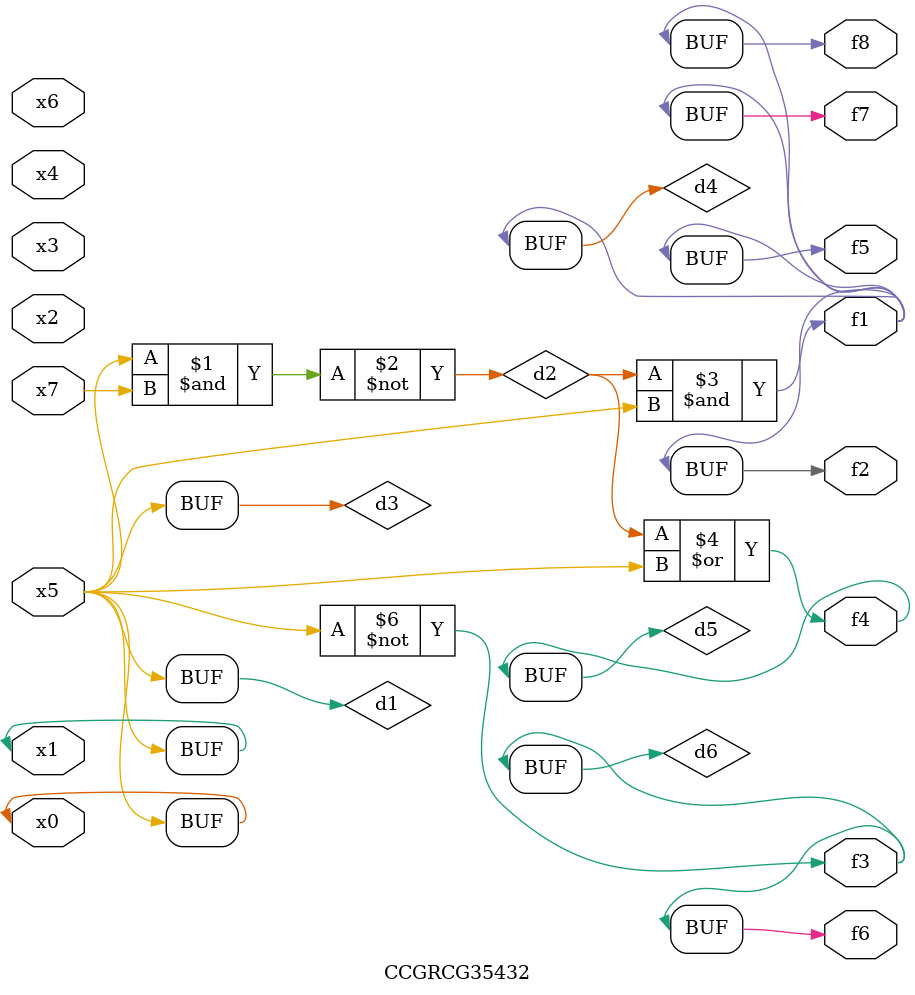
<source format=v>
module CCGRCG35432(
	input x0, x1, x2, x3, x4, x5, x6, x7,
	output f1, f2, f3, f4, f5, f6, f7, f8
);

	wire d1, d2, d3, d4, d5, d6;

	buf (d1, x0, x5);
	nand (d2, x5, x7);
	buf (d3, x0, x1);
	and (d4, d2, d3);
	or (d5, d2, d3);
	nor (d6, d1, d3);
	assign f1 = d4;
	assign f2 = d4;
	assign f3 = d6;
	assign f4 = d5;
	assign f5 = d4;
	assign f6 = d6;
	assign f7 = d4;
	assign f8 = d4;
endmodule

</source>
